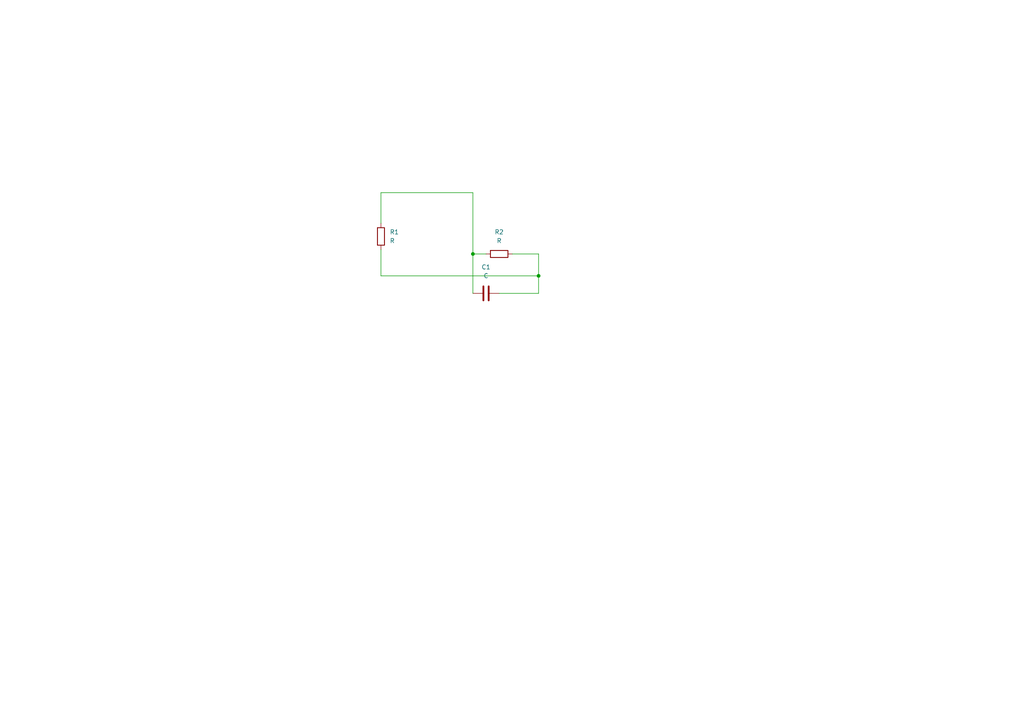
<source format=kicad_sch>
(kicad_sch (version 20211123) (generator eeschema)
  (paper "A4")
  (lib_symbols
    (symbol "Device:C" (pin_numbers hide) (pin_names (offset 0.254))
      (property "Reference" "C" (at 0.635 2.54 0))
      (property "Value" "C" (at 0.635 -2.54 0))
      (symbol "C_0_1"
        (polyline (pts (xy -2.032 -0.762) (xy 2.032 -0.762)) (stroke (width 0.508)))
        (polyline (pts (xy -2.032 0.762) (xy 2.032 0.762)) (stroke (width 0.508)))
      )
      (symbol "C_1_1"
        (pin passive line (at 0 3.81 270) (length 2.794) (name "~") (number "1"))
        (pin passive line (at 0 -3.81 90) (length 2.794) (name "~") (number "2"))
      )
    )
    (symbol "Device:R" (pin_numbers hide) (pin_names (offset 0))
      (property "Reference" "R" (at 2.032 0 90))
      (property "Value" "R" (at 0 0 90))
      (symbol "R_0_1"
        (rectangle (start -1.016 -2.54) (end 1.016 2.54) (stroke (width 0.254)))
      )
      (symbol "R_1_1"
        (pin passive line (at 0 3.81 270) (length 1.27) (name "~") (number "1"))
        (pin passive line (at 0 -3.81 90) (length 1.27) (name "~") (number "2"))
      )
    )
  )
  (junction (at 137.16 73.66))
  (junction (at 156.21 80.01))
  (wire (pts (xy 144.78 85.09) (xy 156.21 85.09)))
  (wire (pts (xy 156.21 85.09) (xy 156.21 80.01)))
  (wire (pts (xy 156.21 73.66) (xy 148.59 73.66)))
  (wire (pts (xy 156.21 73.66) (xy 156.21 80.01)))
  (wire (pts (xy 137.16 73.66) (xy 137.16 85.09)))
  (wire (pts (xy 110.49 64.77) (xy 110.49 55.88)))
  (wire (pts (xy 140.97 73.66) (xy 137.16 73.66)))
  (wire (pts (xy 110.49 72.39) (xy 110.49 80.01)))
  (wire (pts (xy 110.49 55.88) (xy 137.16 55.88)))
  (wire (pts (xy 110.49 80.01) (xy 156.21 80.01)))
  (wire (pts (xy 137.16 55.88) (xy 137.16 73.66)))
  (symbol (lib_id "Device:R") (at 144.78 73.66 90) (unit 1)
    (property "Reference" "R2" (at 144.78 67.31 90))
    (property "Value" "R" (at 144.78 69.85 90))
    (property "Footprint" "Resistor_THT:R_Axial_DIN0204_L3.6mm_D1.6mm_P7.62mm_Horizontal" (effects hide))
  )
  (symbol (lib_id "Device:R") (at 110.49 68.58 0) (unit 1)
    (property "Reference" "R1" (at 113.03 67.3099 0) (effects (justify left)))
    (property "Value" "R" (at 113.03 69.8499 0) (effects (justify left)))
    (property "Footprint" "Resistor_THT:R_Axial_DIN0204_L3.6mm_D1.6mm_P7.62mm_Horizontal" (effects hide))
  )
  (symbol (lib_id "Device:C") (at 140.97 85.09 90) (unit 1)
    (property "Reference" "C1" (at 140.97 77.47 90))
    (property "Value" "C" (at 140.97 80.01 90))
    (property "Footprint" "Capacitor_THT:CP_Axial_L10.0mm_D6.0mm_P15.00mm_Horizontal" (effects hide))
  )
)
</source>
